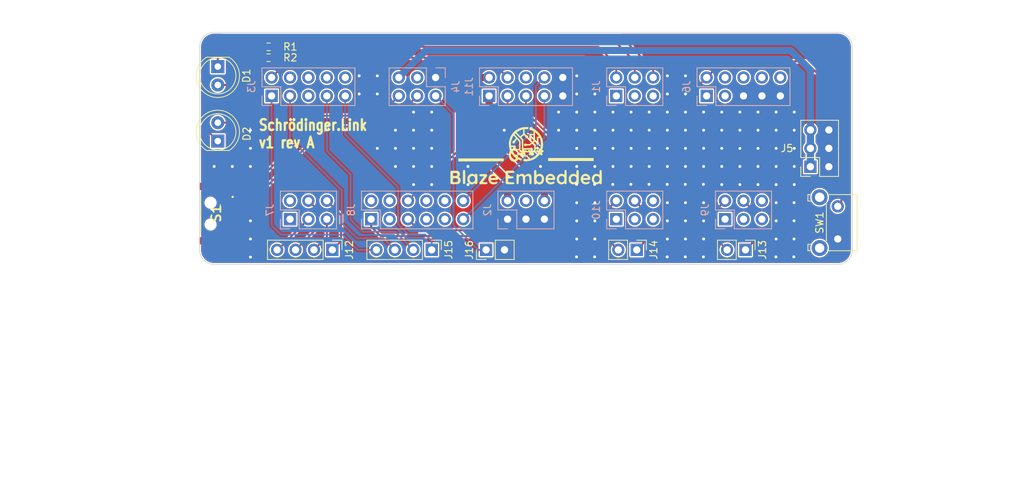
<source format=kicad_pcb>
(kicad_pcb (version 20211014) (generator pcbnew)
  (layers (0 "F.Cu" signal) (31 "B.Cu" signal) (34 "B.Paste" user) (35 "F.Paste" user) (36 "B.SilkS" user "B.Silkscreen") (37 "F.SilkS" user "F.Silkscreen") (38 "B.Mask" user) (39 "F.Mask" user) (44 "Edge.Cuts" user))
  (net 0 "")
  (net 1 "CHG")
  (net 2 "Net-(D1-Pad2)")
  (net 3 "PGOOD")
  (net 4 "Net-(D2-Pad2)")
  (net 5 "MOSI")
  (net 6 "MISO")
  (net 7 "SCK")
  (net 8 "VSW")
  (net 9 "GND")
  (net 10 "V-")
  (net 11 "V+")
  (net 12 "Net-(J3-Pad1)")
  (net 13 "Net-(J3-Pad3)")
  (net 17 "Net-(J3-Pad7)")
  (net 19 "Net-(J3-Pad9)")
  (net 21 "TS")
  (net 22 "BATT")
  (net 26 "Net-(J12-Pad4)")
  (net 28 "Net-(J12-Pad3)")
  (net 30 "Net-(J12-Pad2)")
  (net 32 "Net-(J12-Pad1)")
  (net 33 "Net-(J13-Pad2)")
  (net 34 "Net-(J13-Pad1)")
  (net 35 "IN1")
  (net 36 "BT_L")
  (net 38 "MASTER_L")
  (net 39 "MASTER_R")
  (net 42 "BT_R")
  (net 47 "Net-(J10-Pad4)")
  (net 48 "Net-(J4-Pad4)")
  (net 49 "Net-(J4-Pad6)")
  (net 50 "Net-(J4-Pad2)")
  (net 59 "IN2")
  (net 66 "Net-(J3-Pad2)")
  (net 68 "Net-(J10-Pad2)")
  (footprint "Connector_PinHeader_2.54mm:PinHeader_1x02_P2.54mm_Vertical" (layer "F.Cu") (at 142.5 79 90)
    (fp_text reference "J16" (at 0 -2.33 90) (layer "F.SilkS"))
    (fp_text value "Conn_01x02")
    (pad "1" thru_hole rect locked (at 0 0 90) (size 1.7 1.7) (drill 1) (layers *.Cu *.Mask) (net 50 "Net-(J4-Pad2)"))
    (pad "2" thru_hole oval locked (at 0 2.54 90) (size 1.7 1.7) (drill 1) (layers *.Cu *.Mask) (net 9 "GND"))
  )
  (footprint "LED_THT:LED_D5.0mm" (layer "F.Cu") (at 105.5 64 90)
    (fp_text reference "D2" (at 1 4 90) (layer "F.SilkS"))
    (fp_text value "LED")
    (pad "1" thru_hole rect locked (at 0 0 90) (size 1.8 1.8) (drill 0.9) (layers *.Cu *.Mask) (net 3 "PGOOD"))
    (pad "2" thru_hole circle locked (at 2.54 0 90) (size 1.8 1.8) (drill 0.9) (layers *.Cu *.Mask) (net 4 "Net-(D2-Pad2)"))
  )
  (footprint "Connector_PinHeader_2.54mm:PinHeader_1x04_P2.54mm_Vertical" (layer "F.Cu") (at 135 79 -90)
    (fp_text reference "J15" (at 0 -2.33 90) (layer "F.SilkS"))
    (fp_text value "Conn_01x04")
    (pad "1" thru_hole rect locked (at 0 0 270) (size 1.7 1.7) (drill 1) (layers *.Cu *.Mask) (net 19 "Net-(J3-Pad9)"))
    (pad "2" thru_hole oval locked (at 0 2.54 270) (size 1.7 1.7) (drill 1) (layers *.Cu *.Mask) (net 17 "Net-(J3-Pad7)"))
    (pad "3" thru_hole oval locked (at 0 5.08 270) (size 1.7 1.7) (drill 1) (layers *.Cu *.Mask) (net 13 "Net-(J3-Pad3)"))
    (pad "4" thru_hole oval locked (at 0 7.62 270) (size 1.7 1.7) (drill 1) (layers *.Cu *.Mask) (net 12 "Net-(J3-Pad1)"))
  )
  (footprint "Connector_PinHeader_2.54mm:PinHeader_1x02_P2.54mm_Vertical" (layer "F.Cu") (at 163.275 79 -90)
    (fp_text reference "J14" (at 0 -2.33 90) (layer "F.SilkS"))
    (fp_text value "Conn_01x02")
    (pad "1" thru_hole rect locked (at 0 0 270) (size 1.7 1.7) (drill 1) (layers *.Cu *.Mask) (net 47 "Net-(J10-Pad4)"))
    (pad "2" thru_hole oval locked (at 0 2.54 270) (size 1.7 1.7) (drill 1) (layers *.Cu *.Mask) (net 68 "Net-(J10-Pad2)"))
  )
  (footprint "LED_THT:LED_D5.0mm" (layer "F.Cu") (at 105.5 53.725 -90)
    (fp_text reference "D1" (at 1.27 -3.96 90) (layer "F.SilkS"))
    (fp_text value "LED")
    (pad "1" thru_hole rect locked (at 0 0 270) (size 1.8 1.8) (drill 0.9) (layers *.Cu *.Mask) (net 1 "CHG"))
    (pad "2" thru_hole circle locked (at 2.54 0 270) (size 1.8 1.8) (drill 0.9) (layers *.Cu *.Mask) (net 2 "Net-(D1-Pad2)"))
  )
  (footprint "Button_Switch_THT:SW_Tactile_SKHH_Angled" (layer "F.Cu") (at 191 73 -90)
    (fp_text reference "SW1" (at 2.25 2.5 90) (layer "F.SilkS"))
    (fp_text value "SW_Push")
    (pad "" thru_hole circle locked (at -1.25 2.5 90) (size 2.2 2.2) (drill 1.3) (layers *.Cu *.Mask))
    (pad "" thru_hole circle locked (at 5.75 2.5 90) (size 2.2 2.2) (drill 1.3) (layers *.Cu *.Mask))
    (pad "1" thru_hole circle locked (at 0 0 90) (size 1.7 1.7) (drill 1) (layers *.Cu *.Mask) (net 66 "Net-(J3-Pad2)"))
    (pad "2" thru_hole circle locked (at 4.5 0 90) (size 1.7 1.7) (drill 1) (layers *.Cu *.Mask) (net 9 "GND"))
  )
  (footprint "SamacSys_Parts:PinSocket_2x03_P2.54mm_Vertical" (layer "F.Cu") (at 188.5 65 180)
    (fp_text reference "J5" (at 4.5 0) (layer "F.SilkS"))
    (fp_text value "Conn_02x03_Counter_Clockwise")
    (pad "1" thru_hole rect (at 1.27 -2.54 180) (size 1.7 1.7) (drill 1) (layers *.Cu *.Mask) (net 22 "BATT"))
    (pad "2" thru_hole oval (at -1.27 -2.54 180) (size 1.7 1.7) (drill 1) (layers *.Cu *.Mask) (net 9 "GND"))
    (pad "3" thru_hole oval (at 1.27 0 180) (size 1.7 1.7) (drill 1) (layers *.Cu *.Mask) (net 22 "BATT"))
    (pad "4" thru_hole oval (at -1.27 0 180) (size 1.7 1.7) (drill 1) (layers *.Cu *.Mask) (net 9 "GND"))
    (pad "5" thru_hole oval (at 1.27 2.54 180) (size 1.7 1.7) (drill 1) (layers *.Cu *.Mask) (net 22 "BATT"))
    (pad "6" thru_hole oval (at -1.27 2.54 180) (size 1.7 1.7) (drill 1) (layers *.Cu *.Mask) (net 9 "GND"))
  )
  (footprint "LOGO" (layer "F.Cu") (at 148 66)
    (fp_text reference "G***" (at 0 0) (layer "F.SilkS") (effects (font (size 1.524 1.524) (thickness 0.3))))
    (fp_text value "LOGO" hide)
  )
  (footprint "Connector_PinHeader_2.54mm:PinHeader_1x04_P2.54mm_Vertical" (layer "F.Cu") (at 121.3 79 -90)
    (fp_text reference "J12" (at 0 -2.33 90) (layer "F.SilkS"))
    (fp_text value "Conn_01x04")
    (pad "1" thru_hole rect locked (at 0 0 270) (size 1.7 1.7) (drill 1) (layers *.Cu *.Mask) (net 32 "Net-(J12-Pad1)"))
    (pad "2" thru_hole oval locked (at 0 2.54 270) (size 1.7 1.7) (drill 1) (layers *.Cu *.Mask) (net 30 "Net-(J12-Pad2)"))
    (pad "3" thru_hole oval locked (at 0 5.08 270) (size 1.7 1.7) (drill 1) (layers *.Cu *.Mask) (net 28 "Net-(J12-Pad3)"))
    (pad "4" thru_hole oval locked (at 0 7.62 270) (size 1.7 1.7) (drill 1) (layers *.Cu *.Mask) (net 26 "Net-(J12-Pad4)"))
  )
  (footprint "Resistor_SMD:R_0603_1608Metric" (layer "F.Cu") (at 112.5 51)
    (fp_text reference "R1" (at 3 0) (layer "F.SilkS"))
    (fp_text value "2k")
    (pad "1" smd roundrect locked (at -0.825 0) (size 0.8 0.95) (layers "F.Cu" "F.Paste" "F.Mask") (net 2 "Net-(D1-Pad2)"))
    (pad "2" smd roundrect locked (at 0.825 0) (size 0.8 0.95) (layers "F.Cu" "F.Paste" "F.Mask") (net 8 "VSW"))
  )
  (footprint "Resistor_SMD:R_0603_1608Metric" (layer "F.Cu") (at 112.5 52.5)
    (fp_text reference "R2" (at 3 0) (layer "F.SilkS"))
    (fp_text value "2k")
    (pad "1" smd roundrect locked (at -0.825 0) (size 0.8 0.95) (layers "F.Cu" "F.Paste" "F.Mask") (net 4 "Net-(D2-Pad2)"))
    (pad "2" smd roundrect locked (at 0.825 0) (size 0.8 0.95) (layers "F.Cu" "F.Paste" "F.Mask") (net 8 "VSW"))
  )
  (footprint "Connector_PinHeader_2.54mm:PinHeader_1x02_P2.54mm_Vertical" (layer "F.Cu") (at 178.275 79 -90)
    (fp_text reference "J13" (at 0 -2.33 90) (layer "F.SilkS"))
    (fp_text value "Conn_01x02")
    (pad "1" thru_hole rect locked (at 0 0 270) (size 1.7 1.7) (drill 1) (layers *.Cu *.Mask) (net 34 "Net-(J13-Pad1)"))
    (pad "2" thru_hole oval locked (at 0 2.54 270) (size 1.7 1.7) (drill 1) (layers *.Cu *.Mask) (net 33 "Net-(J13-Pad2)"))
  )
  (footprint "SamacSys_Parts:450404015514" (layer "F.Cu") (at 104.5 74 90)
    (fp_text reference "S1" (at 0 0.775 90) (layer "F.SilkS") (effects (font (size 1.27 1.27) (thickness 0.254))))
    (fp_text value "450404015514" hide)
    (pad "" np_thru_hole circle locked (at -1.5 0 90) (size 1.2 1.2) (drill 1.2) (layers *.Cu *.Mask))
    (pad "" np_thru_hole circle locked (at 1.5 0 90) (size 1.2 1.2) (drill 1.2) (layers *.Cu *.Mask))
    (pad "1" smd rect locked (at 2.25 2.05 90) (size 0.7 1) (layers "F.Cu" "F.Paste" "F.Mask") (net 49 "Net-(J4-Pad6)"))
    (pad "2" smd rect locked (at -0.75 2.05 90) (size 0.7 1) (layers "F.Cu" "F.Paste" "F.Mask") (net 48 "Net-(J4-Pad4)"))
    (pad "3" smd rect locked (at -2.25 2.05 90) (size 0.7 1) (layers "F.Cu" "F.Paste" "F.Mask"))
    (pad "MP1" smd rect locked (at 3.75 1.15 180) (size 0.8 1) (layers "F.Cu" "F.Paste" "F.Mask"))
    (pad "MP2" smd rect locked (at -3.75 1.15 180) (size 0.8 1) (layers "F.Cu" "F.Paste" "F.Mask"))
    (pad "MP3" smd rect locked (at -3.75 -1.15 180) (size 0.8 1) (layers "F.Cu" "F.Paste" "F.Mask"))
    (pad "MP4" smd rect locked (at 3.75 -1.15 180) (size 0.8 1) (layers "F.Cu" "F.Paste" "F.Mask"))
  )
  (footprint "SamacSys_Parts:PinSocket_2x03_P2.54mm_Vertical" (layer "B.Cu") (at 163 73.5 -90)
    (fp_text reference "J10" (at 0 5.31 90) (layer "B.SilkS") (effects (justify mirror)))
    (fp_text value "Conn_02x03_Counter_Clockwise")
    (pad "1" thru_hole rect (at 1.27 2.54 270) (size 1.7 1.7) (drill 1) (layers *.Cu *.Mask))
    (pad "2" thru_hole oval (at -1.27 2.54 270) (size 1.7 1.7) (drill 1) (layers *.Cu *.Mask) (net 68 "Net-(J10-Pad2)"))
    (pad "3" thru_hole oval (at 1.27 0 270) (size 1.7 1.7) (drill 1) (layers *.Cu *.Mask))
    (pad "4" thru_hole oval (at -1.27 0 270) (size 1.7 1.7) (drill 1) (layers *.Cu *.Mask) (net 47 "Net-(J10-Pad4)"))
    (pad "5" thru_hole oval (at 1.27 -2.54 270) (size 1.7 1.7) (drill 1) (layers *.Cu *.Mask))
    (pad "6" thru_hole oval (at -1.27 -2.54 270) (size 1.7 1.7) (drill 1) (layers *.Cu *.Mask))
  )
  (footprint "SamacSys_Parts:PinSocket_2x03_P2.54mm_Vertical" (layer "B.Cu") (at 178 73.5 -90)
    (fp_text reference "J9" (at 0 5.31 90) (layer "B.SilkS") (effects (justify mirror)))
    (fp_text value "Conn_02x03_Counter_Clockwise")
    (pad "1" thru_hole rect (at 1.27 2.54 270) (size 1.7 1.7) (drill 1) (layers *.Cu *.Mask))
    (pad "2" thru_hole oval (at -1.27 2.54 270) (size 1.7 1.7) (drill 1) (layers *.Cu *.Mask) (net 33 "Net-(J13-Pad2)"))
    (pad "3" thru_hole oval (at 1.27 0 270) (size 1.7 1.7) (drill 1) (layers *.Cu *.Mask))
    (pad "4" thru_hole oval (at -1.27 0 270) (size 1.7 1.7) (drill 1) (layers *.Cu *.Mask) (net 34 "Net-(J13-Pad1)"))
    (pad "5" thru_hole oval (at 1.27 -2.54 270) (size 1.7 1.7) (drill 1) (layers *.Cu *.Mask))
    (pad "6" thru_hole oval (at -1.27 -2.54 270) (size 1.7 1.7) (drill 1) (layers *.Cu *.Mask))
  )
  (footprint "SamacSys_Parts:PinSocket_2x03_P2.54mm_Vertical" (layer "B.Cu") (at 148 73.5 -90)
    (fp_text reference "J2" (at 0 5.31 90) (layer "B.SilkS") (effects (justify mirror)))
    (fp_text value "Conn_02x03_Counter_Clockwise")
    (pad "1" thru_hole rect (at 1.27 2.54 270) (size 1.7 1.7) (drill 1) (layers *.Cu *.Mask) (net 9 "GND"))
    (pad "2" thru_hole oval (at -1.27 2.54 270) (size 1.7 1.7) (drill 1) (layers *.Cu *.Mask) (net 11 "V+"))
    (pad "3" thru_hole oval (at 1.27 0 270) (size 1.7 1.7) (drill 1) (layers *.Cu *.Mask) (net 9 "GND"))
    (pad "4" thru_hole oval (at -1.27 0 270) (size 1.7 1.7) (drill 1) (layers *.Cu *.Mask))
    (pad "5" thru_hole oval (at 1.27 -2.54 270) (size 1.7 1.7) (drill 1) (layers *.Cu *.Mask) (net 9 "GND"))
    (pad "6" thru_hole oval (at -1.27 -2.54 270) (size 1.7 1.7) (drill 1) (layers *.Cu *.Mask) (net 10 "V-"))
  )
  (footprint "SamacSys_Parts:PinSocket_2x05_P2.54mm_Vertical" (layer "B.Cu") (at 148 56.5 -90)
    (fp_text reference "J11" (at 0 7.85 90) (layer "B.SilkS") (effects (justify mirror)))
    (fp_text value "Conn_02x05_Counter_Clockwise")
    (pad "1" thru_hole rect (at 1.27 5.08 270) (size 1.7 1.7) (drill 1) (layers *.Cu *.Mask) (net 10 "V-"))
    (pad "2" thru_hole oval (at -1.27 5.08 270) (size 1.7 1.7) (drill 1) (layers *.Cu *.Mask) (net 11 "V+"))
    (pad "3" thru_hole oval (at 1.27 2.54 270) (size 1.7 1.7) (drill 1) (layers *.Cu *.Mask) (net 36 "BT_L"))
    (pad "4" thru_hole oval (at -1.27 2.54 270) (size 1.7 1.7) (drill 1) (layers *.Cu *.Mask) (net 42 "BT_R"))
    (pad "5" thru_hole oval (at 1.27 0 270) (size 1.7 1.7) (drill 1) (layers *.Cu *.Mask) (net 35 "IN1"))
    (pad "6" thru_hole oval (at -1.27 0 270) (size 1.7 1.7) (drill 1) (layers *.Cu *.Mask))
    (pad "7" thru_hole oval (at 1.27 -2.54 270) (size 1.7 1.7) (drill 1) (layers *.Cu *.Mask) (net 38 "MASTER_L"))
    (pad "8" thru_hole oval (at -1.27 -2.54 270) (size 1.7 1.7) (drill 1) (layers *.Cu *.Mask) (net 39 "MASTER_R"))
    (pad "9" thru_hole oval (at 1.27 -5.08 270) (size 1.7 1.7) (drill 1) (layers *.Cu *.Mask) (net 9 "GND"))
    (pad "10" thru_hole oval (at -1.27 -5.08 270) (size 1.7 1.7) (drill 1) (layers *.Cu *.Mask) (net 9 "GND"))
  )
  (footprint "SamacSys_Parts:PinSocket_2x03_P2.54mm_Vertical" (layer "B.Cu") (at 118 73.5 -90)
    (fp_text reference "J7" (at 0 5.31 90) (layer "B.SilkS") (effects (justify mirror)))
    (fp_text value "Conn_02x03_Counter_Clockwise")
    (pad "1" thru_hole rect (at 1.27 2.54 270) (size 1.7 1.7) (drill 1) (layers *.Cu *.Mask))
    (pad "2" thru_hole oval (at -1.27 2.54 270) (size 1.7 1.7) (drill 1) (layers *.Cu *.Mask))
    (pad "3" thru_hole oval (at 1.27 0 270) (size 1.7 1.7) (drill 1) (layers *.Cu *.Mask) (net 26 "Net-(J12-Pad4)"))
    (pad "4" thru_hole oval (at -1.27 0 270) (size 1.7 1.7) (drill 1) (layers *.Cu *.Mask) (net 28 "Net-(J12-Pad3)"))
    (pad "5" thru_hole oval (at 1.27 -2.54 270) (size 1.7 1.7) (drill 1) (layers *.Cu *.Mask) (net 30 "Net-(J12-Pad2)"))
    (pad "6" thru_hole oval (at -1.27 -2.54 270) (size 1.7 1.7) (drill 1) (layers *.Cu *.Mask) (net 32 "Net-(J12-Pad1)"))
  )
  (footprint "SamacSys_Parts:PinSocket_2x06_P2.54mm_Vertical" (layer "B.Cu") (at 133 73.5 -90)
    (fp_text reference "J8" (at 0 9.12 90) (layer "B.SilkS") (effects (justify mirror)))
    (fp_text value "Conn_02x06_Counter_Clockwise")
    (pad "1" thru_hole rect (at 1.27 6.35 270) (size 1.7 1.7) (drill 1) (layers *.Cu *.Mask) (net 35 "IN1"))
    (pad "2" thru_hole oval (at -1.27 6.35 270) (size 1.7 1.7) (drill 1) (layers *.Cu *.Mask) (net 59 "IN2"))
    (pad "3" thru_hole oval (at 1.27 3.81 270) (size 1.7 1.7) (drill 1) (layers *.Cu *.Mask))
    (pad "4" thru_hole oval (at -1.27 3.81 270) (size 1.7 1.7) (drill 1) (layers *.Cu *.Mask))
    (pad "5" thru_hole oval (at 1.27 1.27 270) (size 1.7 1.7) (drill 1) (layers *.Cu *.Mask) (net 36 "BT_L"))
    (pad "6" thru_hole oval (at -1.27 1.27 270) (size 1.7 1.7) (drill 1) (layers *.Cu *.Mask) (net 42 "BT_R"))
    (pad "7" thru_hole oval (at 1.27 -1.27 270) (size 1.7 1.7) (drill 1) (layers *.Cu *.Mask))
    (pad "8" thru_hole oval (at -1.27 -1.27 270) (size 1.7 1.7) (drill 1) (layers *.Cu *.Mask))
    (pad "9" thru_hole oval (at 1.27 -3.81 270) (size 1.7 1.7) (drill 1) (layers *.Cu *.Mask))
    (pad "10" thru_hole oval (at -1.27 -3.81 270) (size 1.7 1.7) (drill 1) (layers *.Cu *.Mask))
    (pad "11" thru_hole oval (at 1.27 -6.35 270) (size 1.7 1.7) (drill 1) (layers *.Cu *.Mask) (net 38 "MASTER_L"))
    (pad "12" thru_hole oval (at -1.27 -6.35 270) (size 1.7 1.7) (drill 1) (layers *.Cu *.Mask) (net 39 "MASTER_R"))
  )
  (footprint "SamacSys_Parts:PinSocket_2x03_P2.54mm_Vertical" (layer "B.Cu") (at 163 56.5 -90)
    (fp_text reference "J1" (at 0 5.31 90) (layer "B.SilkS") (effects (justify mirror)))
    (fp_text value "Conn_02x03_Counter_Clockwise")
    (pad "1" thru_hole rect (at 1.27 2.54 270) (size 1.7 1.7) (drill 1) (layers *.Cu *.Mask) (net 5 "MOSI"))
    (pad "2" thru_hole oval (at -1.27 2.54 270) (size 1.7 1.7) (drill 1) (layers *.Cu *.Mask) (net 8 "VSW"))
    (pad "3" thru_hole oval (at 1.27 0 270) (size 1.7 1.7) (drill 1) (layers *.Cu *.Mask) (net 6 "MISO"))
    (pad "4" thru_hole oval (at -1.27 0 270) (size 1.7 1.7) (drill 1) (layers *.Cu *.Mask) (net 1 "CHG"))
    (pad "5" thru_hole oval (at 1.27 -2.54 270) (size 1.7 1.7) (drill 1) (layers *.Cu *.Mask) (net 7 "SCK"))
    (pad "6" thru_hole oval (at -1.27 -2.54 270) (size 1.7 1.7) (drill 1) (layers *.Cu *.Mask) (net 3 "PGOOD"))
  )
  (footprint "SamacSys_Parts:PinSocket_2x05_P2.54mm_Vertical" (layer "B.Cu") (at 178 56.5 -90)
    (fp_text reference "J6" (at 0 7.85 90) (layer "B.SilkS") (effects (justify mirror)))
    (fp_text value "Conn_02x05_Counter_Clockwise")
    (pad "1" thru_hole rect (at 1.27 5.08 270) (size 1.7 1.7) (drill 1) (layers *.Cu *.Mask))
    (pad "2" thru_hole oval (at -1.27 5.08 270) (size 1.7 1.7) (drill 1) (layers *.Cu *.Mask) (net 66 "Net-(J3-Pad2)"))
    (pad "3" thru_hole oval (at 1.27 2.54 270) (size 1.7 1.7) (drill 1) (layers *.Cu *.Mask))
    (pad "4" thru_hole oval (at -1.27 2.54 270) (size 1.7 1.7) (drill 1) (layers *.Cu *.Mask))
    (pad "5" thru_hole oval (at 1.27 0 270) (size 1.7 1.7) (drill 1) (layers *.Cu *.Mask) (net 9 "GND"))
    (pad "6" thru_hole oval (at -1.27 0 270) (size 1.7 1.7) (drill 1) (layers *.Cu *.Mask))
    (pad "7" thru_hole oval (at 1.27 -2.54 270) (size 1.7 1.7) (drill 1) (layers *.Cu *.Mask) (net 9 "GND"))
    (pad "8" thru_hole oval (at -1.27 -2.54 270) (size 1.7 1.7) (drill 1) (layers *.Cu *.Mask))
    (pad "9" thru_hole oval (at 1.27 -5.08 270) (size 1.7 1.7) (drill 1) (layers *.Cu *.Mask) (net 9 "GND"))
    (pad "10" thru_hole oval (at -1.27 -5.08 270) (size 1.7 1.7) (drill 1) (layers *.Cu *.Mask))
  )
  (footprint "SamacSys_Parts:PinSocket_2x03_P2.54mm_Vertical" (layer "B.Cu") (at 133 56.5 90)
    (fp_text reference "J4" (at 0 5.31 90) (layer "B.SilkS") (effects (justify mirror)))
    (fp_text value "Conn_02x03_Counter_Clockwise")
    (pad "1" thru_hole rect (at 1.27 2.54 90) (size 1.7 1.7) (drill 1) (layers *.Cu *.Mask) (net 9 "GND"))
    (pad "2" thru_hole oval (at -1.27 2.54 90) (size 1.7 1.7) (drill 1) (layers *.Cu *.Mask) (net 50 "Net-(J4-Pad2)"))
    (pad "3" thru_hole oval (at 1.27 0 90) (size 1.7 1.7) (drill 1) (layers *.Cu *.Mask) (net 21 "TS"))
    (pad "4" thru_hole oval (at -1.27 0 90) (size 1.7 1.7) (drill 1) (layers *.Cu *.Mask) (net 48 "Net-(J4-Pad4)"))
    (pad "5" thru_hole oval (at 1.27 -2.54 90) (size 1.7 1.7) (drill 1) (layers *.Cu *.Mask) (net 22 "BATT"))
    (pad "6" thru_hole oval (at -1.27 -2.54 90) (size 1.7 1.7) (drill 1) (layers *.Cu *.Mask) (net 49 "Net-(J4-Pad6)"))
  )
  (footprint "SamacSys_Parts:PinSocket_2x05_P2.54mm_Vertical" (layer "B.Cu") (at 118 56.5 -90)
    (fp_text reference "J3" (at 0 7.85 90) (layer "B.SilkS") (effects (justify mirror)))
    (fp_text value "Conn_02x05_Counter_Clockwise")
    (pad "1" thru_hole rect (at 1.27 5.08 270) (size 1.7 1.7) (drill 1) (layers *.Cu *.Mask) (net 12 "Net-(J3-Pad1)"))
    (pad "2" thru_hole oval (at -1.27 5.08 270) (size 1.7 1.7) (drill 1) (layers *.Cu *.Mask) (net 66 "Net-(J3-Pad2)"))
    (pad "3" thru_hole oval (at 1.27 2.54 270) (size 1.7 1.7) (drill 1) (layers *.Cu *.Mask) (net 13 "Net-(J3-Pad3)"))
    (pad "4" thru_hole oval (at -1.27 2.54 270) (size 1.7 1.7) (drill 1) (layers *.Cu *.Mask))
    (pad "5" thru_hole oval (at 1.27 0 270) (size 1.7 1.7) (drill 1) (layers *.Cu *.Mask))
    (pad "6" thru_hole oval (at -1.27 0 270) (size 1.7 1.7) (drill 1) (layers *.Cu *.Mask))
    (pad "7" thru_hole oval (at 1.27 -2.54 270) (size 1.7 1.7) (drill 1) (layers *.Cu *.Mask) (net 17 "Net-(J3-Pad7)"))
    (pad "8" thru_hole oval (at -1.27 -2.54 270) (size 1.7 1.7) (drill 1) (layers *.Cu *.Mask))
    (pad "9" thru_hole oval (at 1.27 -5.08 270) (size 1.7 1.7) (drill 1) (layers *.Cu *.Mask) (net 19 "Net-(J3-Pad9)"))
    (pad "10" thru_hole oval (at -1.27 -5.08 270) (size 1.7 1.7) (drill 1) (layers *.Cu *.Mask))
  )
  (gr_line (start 103 79) (end 103 51) (layer "Edge.Cuts") (width 0.1))
  (gr_line (start 105 49) (end 191 49) (layer "Edge.Cuts") (width 0.1))
  (gr_arc (start 191 49) (mid 192.414214 49.585786) (end 193 51) (layer "Edge.Cuts") (width 0.1))
  (gr_arc (start 193 79) (mid 192.414214 80.414214) (end 191 81) (layer "Edge.Cuts") (width 0.1))
  (gr_arc (start 103 51) (mid 103.585786 49.585786) (end 105 49) (layer "Edge.Cuts") (width 0.1))
  (gr_line (start 193 51) (end 193 79) (layer "Edge.Cuts") (width 0.1))
  (gr_arc (start 105 81) (mid 103.585786 80.414214) (end 103 79) (layer "Edge.Cuts") (width 0.1))
  (gr_line (start 191 81) (end 105 81) (layer "Edge.Cuts") (width 0.1))
  (gr_text "Schrödinger.Link\nv1 rev A" (at 111 63) (layer "F.SilkS") (effects (font (size 1.5 1.2) (thickness 0.3)) (justify left)))
  (segment (start 105.5 53.725) (end 105.5 52.5) (width 0.25) (layer "F.Cu") (net 1))
  (segment (start 108 50) (end 160 50) (width 0.25) (layer "F.Cu") (net 1))
  (segment (start 105.5 52.5) (end 108 50) (width 0.25) (layer "F.Cu") (net 1))
  (segment (start 163 53) (end 163 55.23) (width 0.25) (layer "F.Cu") (net 1))
  (segment (start 160 50) (end 163 53) (width 0.25) (layer "F.Cu") (net 1))
  (segment (start 110 51) (end 111.675 51) (width 0.25) (layer "F.Cu") (net 2))
  (segment (start 109 54.5) (end 109 52) (width 0.25) (layer "F.Cu") (net 2))
  (segment (start 109 52) (end 110 51) (width 0.25) (layer "F.Cu") (net 2))
  (segment (start 105.5 56.265) (end 107.235 56.265) (width 0.25) (layer "F.Cu") (net 2))
  (segment (start 107.235 56.265) (end 109 54.5) (width 0.25) (layer "F.Cu") (net 2))
  (segment (start 104 62.5) (end 104 52) (width 0.25) (layer "F.Cu") (net 3))
  (segment (start 105.5 64) (end 104 62.5) (width 0.25) (layer "F.Cu") (net 3))
  (segment (start 161.012081 49.5) (end 165.54 54.027919) (width 0.25) (layer "F.Cu") (net 3))
  (segment (start 106.5 49.5) (end 161.012081 49.5) (width 0.25) (layer "F.Cu") (net 3))
  (segment (start 104 52) (end 106.5 49.5) (width 0.25) (layer "F.Cu") (net 3))
  (segment (start 165.54 54.027919) (end 165.54 55.23) (width 0.25) (layer "F.Cu") (net 3))
  (segment (start 108.04 61.46) (end 105.5 61.46) (width 0.25) (layer "F.Cu") (net 4))
  (segment (start 110.5 52.5) (end 110 53) (width 0.25) (layer "F.Cu") (net 4))
  (segment (start 110 59.5) (end 108.04 61.46) (width 0.25) (layer "F.Cu") (net 4))
  (segment (start 110 53) (end 110 59.5) (width 0.25) (layer "F.Cu") (net 4))
  (segment (start 111.675 52.5) (end 110.5 52.5) (width 0.25) (layer "F.Cu") (net 4))
  (segment (start 113.325 51) (end 158 51) (width 0.25) (layer "F.Cu") (net 8))
  (segment (start 113.325 51) (end 113.325 52.5) (width 0.25) (layer "F.Cu") (net 8))
  (segment (start 158 51) (end 160.46 53.46) (width 0.25) (layer "F.Cu") (net 8))
  (segment (start 160.46 53.46) (end 160.46 55.23) (width 0.25) (layer "F.Cu") (net 8))
  (via (at 170 55) (size 0.8) (drill 0.4) (layers "F.Cu" "B.Cu") (net 9))
  (via (at 185 65) (size 0.8) (drill 0.4) (layers "F.Cu" "B.Cu") (net 9))
  (via (at 135 60) (size 0.8) (drill 0.4) (layers "F.Cu" "B.Cu") (net 9))
  (via (at 130 67.5) (size 0.8) (drill 0.4) (layers "F.Cu" "B.Cu") (net 9))
  (via (at 167.5 55) (size 0.8) (drill 0.4) (layers "F.Cu" "B.Cu") (net 9))
  (via (at 127.5 55) (size 0.8) (drill 0.4) (layers "F.Cu" "B.Cu") (net 9))
  (via (at 167.5 60) (size 0.8) (drill 0.4) (layers "F.Cu" "B.Cu") (net 9))
  (via (at 170 67.5) (size 0.8) (drill 0.4) (layers "F.Cu" "B.Cu") (net 9))
  (via (at 167.5 57.5) (size 0.8) (drill 0.4) (layers "F.Cu" "B.Cu") (net 9))
  (via (at 162.472503 69.967953) (size 0.8) (drill 0.4) (layers "F.Cu" "B.Cu") (net 9))
  (via (at 132.5 65) (size 0.8) (drill 0.4) (layers "F.Cu" "B.Cu") (net 9))
  (via (at 180 67.5) (size 0.8) (drill 0.4) (layers "F.Cu" "B.Cu") (net 9))
  (via (at 172.5 65) (size 0.8) (drill 0.4) (layers "F.Cu" "B.Cu") (net 9))
  (via (at 160 65) (size 0.8) (drill 0.4) (layers "F.Cu" "B.Cu") (net 9))
  (via (at 169.972503 69.967953) (size 0.8) (drill 0.4) (layers "F.Cu" "B.Cu") (net 9))
  (via (at 162.5 62.5) (size 0.8) (drill 0.4) (layers "F.Cu" "B.Cu") (net 9))
  (via (at 184.971705 72.49243) (size 0.8) (drill 0.4) (layers "F.Cu" "B.Cu") (net 9))
  (via (at 162.5 60) (size 0.8) (drill 0.4) (layers "F.Cu" "B.Cu") (net 9))
  (via (at 170 77.5) (size 0.8) (drill 0.4) (layers "F.Cu" "B.Cu") (net 9))
  (via (at 125 57.5) (size 0.8) (drill 0.4) (layers "F.Cu" "B.Cu") (net 9))
  (via (at 169.972503 79.967953) (size 0.8) (drill 0.4) (layers "F.Cu" "B.Cu") (net 9))
  (via (at 110 77.5) (size 0.8) (drill 0.4) (layers "F.Cu" "B.Cu") (net 9))
  (via (at 180 60) (size 0.8) (drill 0.4) (layers "F.Cu" "B.Cu") (net 9))
  (via (at 154.972503 79.967953) (size 0.8) (drill 0.4) (layers "F.Cu" "B.Cu") (net 9))
  (via (at 184.971705 77.49243) (size 0.8) (drill 0.4) (layers "F.Cu" "B.Cu") (net 9))
  (via (at 155 77.5) (size 0.8) (drill 0.4) (layers "F.Cu" "B.Cu") (net 9))
  (via (at 175 65) (size 0.8) (drill 0.4) (layers "F.Cu" "B.Cu") (net 9))
  (via (at 165 60) (size 0.8) (drill 0.4) (layers "F.Cu" "B.Cu") (net 9))
  (via (at 167.472503 79.967953) (size 0.8) (drill 0.4) (layers "F.Cu" "B.Cu") (net 9))
  (via (at 167.5 67.5) (size 0.8) (drill 0.4) (layers "F.Cu" "B.Cu") (net 9))
  (via (at 157.472503 79.967953) (size 0.8) (drill 0.4) (layers "F.Cu" "B.Cu") (net 9))
  (via (at 110 75) (size 0.8) (drill 0.4) (layers "F.Cu" "B.Cu") (net 9))
  (via (at 184.971705 74.99243) (size 0.8) (drill 0.4) (layers "F.Cu" "B.Cu") (net 9))
  (via (at 160 62.5) (size 0.8) (drill 0.4) (layers "F.Cu" "B.Cu") (net 9))
  (via (at 110 80) (size 0.8) (drill 0.4) (layers "F.Cu" "B.Cu") (net 9))
  (via (at 155 55) (size 0.8) (drill 0.4) (layers "F.Cu" "B.Cu") (net 9))
  (via (at 154.972503 69.967953) (size 0.8) (drill 0.4) (layers "F.Cu" "B.Cu") (net 9))
  (via (at 167.5 62.5) (size 0.8) (drill 0.4) (layers "F.Cu" "B.Cu") (net 9))
  (via (at 155 67.5) (size 0.8) (drill 0.4) (layers "F.Cu" "B.Cu") (net 9))
  (via (at 170 75) (size 0.8) (drill 0.4) (layers "F.Cu" "B.Cu") (net 9))
  (via (at 157.5 65) (size 0.8) (drill 0.4) (layers "F.Cu" "B.Cu") (net 9))
  (via (at 157.5 75) (size 0.8) (drill 0.4) (layers "F.Cu" "B.Cu") (net 9))
  (via (at 172.5 75) (size 0.8) (drill 0.4) (layers "F.Cu" "B.Cu") (net 9))
  (via (at 170 72.5) (size 0.8) (drill 0.4) (layers "F.Cu" "B.Cu") (net 9))
  (via (at 157.5 67.5) (size 0.8) (drill 0.4) (layers "F.Cu" "B.Cu") (net 9))
  (via (at 132.5 62.5) (size 0.8) (drill 0.4) (layers "F.Cu" "B.Cu") (net 9))
  (via (at 172.5 77.5) (size 0.8) (drill 0.4) (layers "F.Cu" "B.Cu") (net 9))
  (via (at 177.5 65) (size 0.8) (drill 0.4) (layers "F.Cu" "B.Cu") (net 9))
  (via (at 184.944208 79.960383) (size 0.8) (drill 0.4) (layers "F.Cu" "B.Cu") (net 9))
  (via (at 164.972503 69.967953) (size 0.8) (drill 0.4) (layers "F.Cu" "B.Cu") (net 9))
  (via (at 167.472503 69.967953) (size 0.8) (drill 0.4) (layers "F.Cu" "B.Cu") (net 9))
  (via (at 167.5 75) (size 0.8) (drill 0.4) (layers "F.Cu" "B.Cu") (net 9))
  (via (at 110 67.5) (size 0.8) (drill 0.4) (layers "F.Cu" "B.Cu") (net 9))
  (via (at 180 62.5) (size 0.8) (drill 0.4) (layers "F.Cu" "B.Cu") (net 9))
  (via (at 157.5 62.5) (size 0.8) (drill 0.4) (layers "F.Cu" "B.Cu") (net 9))
  (via (at 167.5 65) (size 0.8) (drill 0.4) (layers "F.Cu" "B.Cu") (net 9))
  (via (at 167.5 77.5) (size 0.8) (drill 0.4) (layers "F.Cu" "B.Cu") (net 9))
  (via (at 105 67.5) (size 0.8) (drill 0.4) (layers "F.Cu" "B.Cu") (net 9))
  (via (at 130 65) (size 0.8) (drill 0.4) (layers "F.Cu" "B.Cu") (net 9))
  (via (at 182.5 62.5) (size 0.8) (drill 0.4) (layers "F.Cu" "B.Cu") (net 9))
  (via (at 180 65) (size 0.8) (drill 0.4) (layers "F.Cu" "B.Cu") (net 9))
  (via (at 185 60) (size 0.8) (drill 0.4) (layers "F.Cu" "B.Cu") (net 9))
  (via (at 165 67.5) (size 0.8) (drill 0.4) (layers "F.Cu" "B.Cu") (net 9))
  (via (at 135 67.5) (size 0.8) (drill 0.4) (layers "F.Cu" "B.Cu") (net 9))
  (via (at 132.5 60) (size 0.8) (drill 0.4) (layers "F.Cu" "B.Cu") (net 9))
  (via (at 177.5 60) (size 0.8) (drill 0.4) (layers "F.Cu" "B.Cu") (net 9))
  (via (at 157.5 57.5) (size 0.8) (drill 0.4) (layers "F.Cu" "B.Cu") (net 9))
  (via (at 152.5 62.5) (size 0.8) (drill 0.4) (layers "F.Cu" "B.Cu") (net 9))
  (via (at 107.5 67.5) (size 0.8) (drill 0.4) (layers "F.Cu" "B.Cu") (net 9))
  (via (at 175 67.5) (size 0.8) (drill 0.4) (layers "F.Cu" "B.Cu") (net 9))
  (via (at 155 75) (size 0.8) (drill 0.4) (layers "F.Cu" "B.Cu") (net 9))
  (via (at 127.5 65) (size 0.8) (drill 0.4) (layers "F.Cu" "B.Cu") (net 9))
  (via (at 155 60) (size 0.8) (drill 0.4) (layers "F.Cu" "B.Cu") (net 9))
  (via (at 177.5 70) (size 0.8) (drill 0.4) (layers "F.Cu" "B.Cu") (net 9))
  (via (at 182.5 70) (size 0.8) (drill 0.4) (layers "F.Cu" "B.Cu") (net 9))
  (via (at 162.5 65) (size 0.8) (drill 0.4) (layers "F.Cu" "B.Cu") (net 9))
  (via (at 182.5 72.5) (size 0.8) (drill 0.4) (layers "F.Cu" "B.Cu") (net 9))
  (via (at 159.972503 69.967953) (size 0.8) (drill 0.4) (layers "F.Cu" "B.Cu") (net 9))
  (via (at 185 67.5) (size 0.8) (drill 0.4) (layers "F.Cu" "B.Cu") (net 9))
  (via (at 152.5 60) (size 0.8) (drill 0.4) (layers "F.Cu" "B.Cu") (net 9))
  (via (at 185 70) (size 0.8) (drill 0.4) (layers "F.Cu" "B.Cu") (net 9))
  (via (at 125 55) (size 0.8) (drill 0.4) (layers "F.Cu" "B.Cu") (net 9))
  (via (at 140 67.5) (size 0.8) (drill 0.4) (layers "F.Cu" "B.Cu") (net 9))
  (via (at 132.5 70) (size 0.8) (drill 0.4) (layers "F.Cu" "B.Cu") (net 9))
  (via (at 162.5 67.5) (size 0.8) (drill 0.4) (layers "F.Cu" "B.Cu") (net 9))
  (via (at 145 62.5) (size 0.8) (drill 0.4) (layers "F.Cu" "B.Cu") (net 9))
  (via (at 160 67.5) (size 0.8) (drill 0.4) (layers "F.Cu" "B.Cu") (net 9))
  (via (at 182.5 65) (size 0.8) (drill 0.4) (layers "F.Cu" "B.Cu") (net 9))
  (via (at 110 65) (size 0.8) (drill 0.4) (layers "F.Cu" "B.Cu") (net 9))
  (via (at 150 67.5) (size 0.8) (drill 0.4) (layers "F.Cu" "B.Cu") (net 9))
  (via (at 182.5 60) (size 0.8) (drill 0.4) (layers "F.Cu" "B.Cu") (net 9))
  (via (at 127.5 57.5) (size 0.8) (drill 0.4) (layers "F.Cu" "B.Cu") (net 9))
  (via (at 135 62.5) (size 0.8) (drill 0.4) (layers "F.Cu" "B.Cu") (net 9))
  (via (at 172.5 72.5) (size 0.8) (drill 0.4) (layers "F.Cu" "B.Cu") (net 9))
  (via (at 165 62.5) (size 0.8) (drill 0.4) (layers "F.Cu" "B.Cu") (net 9))
  (via (at 170 65) (size 0.8) (drill 0.4) (layers "F.Cu" "B.Cu") (net 9))
  (via (at 182.5 77.5) (size 0.8) (drill 0.4) (layers "F.Cu" "B.Cu") (net 9))
  (via (at 157.472503 69.967953) (size 0.8) (drill 0.4) (layers "F.Cu" "B.Cu") (net 9))
  (via (at 140 70) (size 0.8) (drill 0.4) (layers "F.Cu" "B.Cu") (net 9))
  (via (at 177.5 67.5) (size 0.8) (drill 0.4) (layers "F.Cu" "B.Cu") (net 9))
  (via (at 172.5 67.5) (size 0.8) (drill 0.4) (layers "F.Cu" "B.Cu") (net 9))
  (via (at 175 62.5) (size 0.8) (drill 0.4) (layers "F.Cu" "B.Cu") (net 9))
  (via (at 160 60) (size 0.8) (drill 0.4) (layers "F.Cu" "B.Cu") (net 9))
  (via (at 172.5 60) (size 0.8) (drill 0.4) (layers "F.Cu" "B.Cu") (net 9))
  (via (at 155 72.5) (size 0.8) (drill 0.4) (layers "F.Cu" "B.Cu") (net 9))
  (via (at 130 62.5) (size 0.8) (drill 0.4) (layers "F.Cu" "B.Cu") (net 9))
  (via (at 155 57.5) (size 0.8) (drill 0.4) (layers "F.Cu" "B.Cu") (net 9))
  (via (at 135 65) (size 0.8) (drill 0.4) (layers "F.Cu" "B.Cu") (net 9))
  (via (at 157.5 72.5) (size 0.8) (drill 0.4) (layers "F.Cu" "B.Cu") (net 9))
  (via (at 155 65) (size 0.8) (drill 0.4) (layers "F.Cu" "B.Cu") (net 9))
  (via (at 175 60) (size 0.8) (drill 0.4) (layers "F.Cu" "B.Cu") (net 9))
  (via (at 185 62.5) (size 0.8) (drill 0.4) (layers "F.Cu" "B.Cu") (net 9))
  (via (at 180 70) (size 0.8) (drill 0.4) (layers "F.Cu" "B.Cu") (net 9))
  (via (at 157.5 77.5) (size 0.8) (drill 0.4) (layers "F.Cu" "B.Cu") (net 9))
  (via (at 165 65) (size 0.8) (drill 0.4) (layers "F.Cu" "B.Cu") (net 9))
  (via (at 172.5 62.5) (size 0.8) (drill 0.4) (layers "F.Cu" "B.Cu") (net 9))
  (via (at 157.5 60) (size 0.8) (drill 0.4) (layers "F.Cu" "B.Cu") (net 9))
  (via (at 177.5 62.5) (size 0.8) (drill 0.4) (layers "F.Cu" "B.Cu") (net 9))
  (via (at 110 62.5) (size 0.8) (drill 0.4) (layers "F.Cu" "B.Cu") (net 9))
  (via (at 172.472503 69.967953) (size 0.8) (drill 0.4) (layers "F.Cu" "B.Cu") (net 9))
  (via (at 132.5 67.5) (size 0.8) (drill 0.4) (layers "F.Cu" "B.Cu") (net 9))
  (via (at 182.5 75) (size 0.8) (drill 0.4) (layers "F.Cu" "B.Cu") (net 9))
  (via (at 170 62.5) (size 0.8) (drill 0.4) (layers "F.Cu" "B.Cu") (net 9))
  (via (at 167.5 72.5) (size 0.8) (drill 0.4) (layers "F.Cu" "B.Cu") (net 9))
  (via (at 135 70) (size 0.8) (drill 0.4) (layers "F.Cu" "B.Cu") (net 9))
  (via (at 155 62.5) (size 0.8) (drill 0.4) (layers "F.Cu" "B.Cu") (net 9))
  (via (at 170 57.5) (size 0.8) (drill 0.4) (layers "F.Cu" "B.Cu") (net 9))
  (via (at 172.472503 79.967953) (size 0.8) (drill 0.4) (layers "F.Cu" "B.Cu") (net 9))
  (via (at 182.5 67.5) (size 0.8) (drill 0.4) (layers "F.Cu" "B.Cu") (net 9))
  (via (at 170 60) (size 0.8) (drill 0.4) (layers "F.Cu" "B.Cu") (net 9))
  (via (at 182.472503 79.967953) (size 0.8) (drill 0.4) (layers "F.Cu" "B.Cu") (net 9))
  (via (at 175 70) (size 0.8) (drill 0.4) (layers "F.Cu" "B.Cu") (net 9))
  (segment (start 142.92 62.42) (end 142.92 57.77) (width 1) (layer "F.Cu") (net 10))
  (segment (start 150.54 70.04) (end 142.92 62.42) (width 1) (layer "F.Cu") (net 10))
  (segment (start 150.54 72.23) (end 150.54 70.04) (width 1) (layer "F.Cu") (net 10))
  (segment (start 140 56.5) (end 141.27 55.23) (width 1) (layer "F.Cu") (net 11))
  (segment (start 145.46 72.23) (end 145.46 69.46) (width 1) (layer "F.Cu") (net 11))
  (segment (start 145.46 69.46) (end 140 64) (width 1) (layer "F.Cu") (net 11))
  (segment (start 141.27 55.23) (end 142.92 55.23) (width 1) (layer "F.Cu") (net 11))
  (segment (start 140 64) (end 140 56.5) (width 1) (layer "F.Cu") (net 11))
  (segment (start 127.38 79) (end 124.8 79) (width 0.25) (layer "B.Cu") (net 12))
  (segment (start 122.7 76.9) (end 114.2 76.9) (width 0.25) (layer "B.Cu") (net 12))
  (segment (start 112.92 75.62) (end 112.92 57.77) (width 0.25) (layer "B.Cu") (net 12))
  (segment (start 124.8 79) (end 122.7 76.9) (width 0.25) (layer "B.Cu") (net 12))
  (segment (start 114.2 76.9) (end 112.92 75.62) (width 0.25) (layer "B.Cu") (net 12))
  (segment (start 129.92 79) (end 128.32 77.4) (width 0.25) (layer "B.Cu") (net 13))
  (segment (start 122.6 75.3) (end 122.6 70.8) (width 0.25) (layer "B.Cu") (net 13))
  (segment (start 128.32 77.4) (end 124.7 77.4) (width 0.25) (layer "B.Cu") (net 13))
  (segment (start 122.6 70.8) (end 115.46 63.66) (width 0.25) (layer "B.Cu") (net 13))
  (segment (start 124.7 77.4) (end 122.6 75.3) (width 0.25) (layer "B.Cu") (net 13))
  (segment (start 115.46 63.66) (end 115.46 57.77) (width 0.25) (layer "B.Cu") (net 13))
  (segment (start 129.96 76.5) (end 125.5 76.5) (width 0.25) (layer "B.Cu") (net 17))
  (segment (start 120.54 65.34) (end 120.54 57.77) (width 0.25) (layer "B.Cu") (net 17))
  (segment (start 125.5 76.5) (end 123.8 74.8) (width 0.25) (layer "B.Cu") (net 17))
  (segment (start 132.46 79) (end 129.96 76.5) (width 0.25) (layer "B.Cu") (net 17))
  (segment (start 123.8 68.6) (end 120.54 65.34) (width 0.25) (layer "B.Cu") (net 17))
  (segment (start 123.8 74.8) (end 123.8 68.6) (width 0.25) (layer "B.Cu") (net 17))
  (segment (start 134.1 76.9) (end 131.8 76.9) (width 0.25) (layer "B.Cu") (net 19))
  (segment (start 135 77.8) (end 134.1 76.9) (width 0.25) (layer "B.Cu") (net 19))
  (segment (start 123.08 63.08) (end 123.08 57.77) (width 0.25) (layer "B.Cu") (net 19))
  (segment (start 130.364511 70.364511) (end 123.08 63.08) (width 0.25) (layer "B.Cu") (net 19))
  (segment (start 131.8 76.9) (end 130.364511 75.464511) (width 0.25) (layer "B.Cu") (net 19))
  (segment (start 130.364511 75.464511) (end 130.364511 70.364511) (width 0.25) (layer "B.Cu") (net 19))
  (segment (start 135 79) (end 135 77.8) (width 0.25) (layer "B.Cu") (net 19))
  (segment (start 187.23 62.46) (end 187.23 67.54) (width 1) (layer "F.Cu") (net 22))
  (segment (start 187.23 65) (end 187.23 62.46) (width 1) (layer "B.Cu") (net 22))
  (segment (start 187.23 67.54) (end 187.23 65) (width 1) (layer "B.Cu") (net 22))
  (segment (start 184.5 51.5) (end 187.23 54.23) (width 1) (layer "B.Cu") (net 22))
  (segment (start 134.19 51.5) (end 184.5 51.5) (width 1) (layer "B.Cu") (net 22))
  (segment (start 187.23 54.23) (end 187.23 62.46) (width 1) (layer "B.Cu") (net 22))
  (segment (start 130.46 55.23) (end 134.19 51.5) (width 1) (layer "B.Cu") (net 22))
  (segment (start 113.77 79) (end 113.68 79) (width 0.25) (layer "F.Cu") (net 26))
  (segment (start 118 74.77) (end 113.77 79) (width 0.25) (layer "F.Cu") (net 26))
  (segment (start 119.174511 76.045489) (end 119.174511 73.404511) (width 0.25) (layer "F.Cu") (net 28))
  (segment (start 119.174511 73.404511) (end 118 72.23) (width 0.25) (layer "F.Cu") (net 28))
  (segment (start 116.22 79) (end 119.174511 76.045489) (width 0.25) (layer "F.Cu") (net 28))
  (segment (start 118.76 79) (end 120.54 77.22) (width 0.25) (layer "F.Cu") (net 30))
  (segment (start 120.54 77.22) (end 120.54 74.77) (width 0.25) (layer "F.Cu") (net 30))
  (segment (start 122.5 77.8) (end 122.5 74.19) (width 0.25) (layer "F.Cu") (net 32))
  (segment (start 122.5 74.19) (end 120.54 72.23) (width 0.25) (layer "F.Cu") (net 32))
  (segment (start 121.3 79) (end 122.5 77.8) (width 0.25) (layer "F.Cu") (net 32))
  (segment (start 175.46 72.23) (end 174.285489 73.404511) (width 0.25) (layer "F.Cu") (net 33))
  (segment (start 174.285489 73.404511) (end 174.285489 77.550489) (width 0.25) (layer "F.Cu") (net 33))
  (segment (start 174.285489 77.550489) (end 175.735 79) (width 0.25) (layer "F.Cu") (net 33))
  (segment (start 179.174511 78.100489) (end 178.275 79) (width 0.25) (layer "F.Cu") (net 34))
  (segment (start 179.174511 73.404511) (end 179.174511 78.100489) (width 0.25) (layer "F.Cu") (net 34))
  (segment (start 178 72.23) (end 179.174511 73.404511) (width 0.25) (layer "F.Cu") (net 34))
  (segment (start 153.5 75.6) (end 153.5 65.5) (width 0.25) (layer "F.Cu") (net 35))
  (segment (start 153.5 65.5) (end 148 60) (width 0.25) (layer "F.Cu") (net 35))
  (segment (start 148 60) (end 148 57.77) (width 0.25) (layer "F.Cu") (net 35))
  (segment (start 126.65 75.8) (end 127.95 77.1) (width 0.25) (layer "F.Cu") (net 35))
  (segment (start 127.95 77.1) (end 152 77.1) (width 0.25) (layer "F.Cu") (net 35))
  (segment (start 126.65 74.77) (end 126.65 75.8) (width 0.25) (layer "F.Cu") (net 35))
  (segment (start 152 77.1) (end 153.5 75.6) (width 0.25) (layer "F.Cu") (net 35))
  (segment (start 152.5 75.25) (end 152.5 67.5) (width 0.25) (layer "F.Cu") (net 36))
  (segment (start 133.26 76.3) (end 151.45 76.3) (width 0.25) (layer "F.Cu") (net 36))
  (segment (start 145.46 60.46) (end 145.46 57.77) (width 0.25) (layer "F.Cu") (net 36))
  (segment (start 152.5 67.5) (end 145.46 60.46) (width 0.25) (layer "F.Cu") (net 36))
  (segment (start 131.73 74.77) (end 133.26 76.3) (width 0.25) (layer "F.Cu") (net 36))
  (segment (start 151.45 76.3) (end 152.5 75.25) (width 0.25) (layer "F.Cu") (net 36))
  (segment (start 150.54 63.58) (end 150.54 57.77) (width 0.25) (layer "B.Cu") (net 38))
  (segment (start 139.35 74.77) (end 150.54 63.58) (width 0.25) (layer "B.Cu") (net 38))
  (segment (start 139.35 72.23) (end 149.365489 62.214511) (width 0.25) (layer "B.Cu") (net 39))
  (segment (start 149.365489 62.214511) (end 149.365489 56.404511) (width 0.25) (layer "B.Cu") (net 39))
  (segment (start 149.365489 56.404511) (end 150.54 55.23) (width 0.25) (layer "B.Cu") (net 39))
  (segment (start 138.5 65.46) (end 138.5 55.5) (width 0.25) (layer "F.Cu") (net 42))
  (segment (start 143.73 53.5) (end 145.46 55.23) (width 0.25) (layer "F.Cu") (net 42))
  (segment (start 138.5 55.5) (end 140.5 53.5) (width 0.25) (layer "F.Cu") (net 42))
  (segment (start 140.5 53.5) (end 143.73 53.5) (width 0.25) (layer "F.Cu") (net 42))
  (segment (start 131.73 72.23) (end 138.5 65.46) (width 0.25) (layer "F.Cu") (net 42))
  (segment (start 164.174511 78.100489) (end 163.275 79) (width 0.25) (layer "F.Cu") (net 47))
  (segment (start 164.174511 73.404511) (end 164.174511 78.100489) (width 0.25) (layer "F.Cu") (net 47))
  (segment (start 163 72.23) (end 164.174511 73.404511) (width 0.25) (layer "F.Cu") (net 47))
  (segment (start 107.75 74.75) (end 120.5 62) (width 0.25) (layer "F.Cu") (net 48))
  (segment (start 106.55 74.75) (end 107.75 74.75) (width 0.25) (layer "F.Cu") (net 48))
  (segment (start 120.5 62) (end 128.77 62) (width 0.25) (layer "F.Cu") (net 48))
  (segment (start 128.77 62) (end 133 57.77) (width 0.25) (layer "F.Cu") (net 48))
  (segment (start 120 60.5) (end 127.73 60.5) (width 0.25) (layer "F.Cu") (net 49))
  (segment (start 127.73 60.5) (end 130.46 57.77) (width 0.25) (layer "F.Cu") (net 49))
  (segment (start 106.55 71.75) (end 108.75 71.75) (width 0.25) (layer "F.Cu") (net 49))
  (segment (start 108.75 71.75) (end 120 60.5) (width 0.25) (layer "F.Cu") (net 49))
  (segment (start 141.4 79) (end 138 75.6) (width 0.25) (layer "B.Cu") (net 50))
  (segment (start 142.5 79) (end 141.4 79) (width 0.25) (layer "B.Cu") (net 50))
  (segment (start 138 75.6) (end 138 60.23) (width 0.25) (layer "B.Cu") (net 50))
  (segment (start 138 60.23) (end 135.54 57.77) (width 0.25) (layer "B.Cu") (net 50))
  (segment (start 191.5 72.5) (end 191 73) (width 0.25) (layer "F.Cu") (net 66))
  (segment (start 171.65 56.5) (end 172.92 55.23) (width 0.25) (layer "F.Cu") (net 66))
  (segment (start 112.92 55.23) (end 115.65 52.5) (width 0.25) (layer "F.Cu") (net 66))
  (segment (start 115.65 52.5) (end 156 52.5) (width 0.25) (layer "F.Cu") (net 66))
  (segment (start 160 56.5) (end 171.65 56.5) (width 0.25) (layer "F.Cu") (net 66))
  (segment (start 186.5 53) (end 191.5 58) (width 0.25) (layer "F.Cu") (net 66))
  (segment (start 156 52.5) (end 160 56.5) (width 0.25) (layer "F.Cu") (net 66))
  (segment (start 191.5 58) (end 191.5 72.5) (width 0.25) (layer "F.Cu") (net 66))
  (segment (start 175.15 53) (end 186.5 53) (width 0.25) (layer "F.Cu") (net 66))
  (segment (start 172.92 55.23) (end 175.15 53) (width 0.25) (layer "F.Cu") (net 66))
  (segment (start 158.5 74.19) (end 158.5 76.765) (width 0.25) (layer "F.Cu") (net 68))
  (segment (start 158.5 76.765) (end 160.735 79) (width 0.25) (layer "F.Cu") (net 68))
  (segment (start 160.46 72.23) (end 158.5 74.19) (width 0.25) (layer "F.Cu") (net 68))
  (zone (net 9) (net_name "GND") (layers F&B.Cu) (name "gnd") (connect_pads yes (clearance 0.2)) (min_thickness 0.2) (fill yes (thermal_gap 0.2) (thermal_bridge_width 0.2))
    (polygon (pts (xy 194 82) (xy 102 82) (xy 102 48) (xy 194 48)))
  )
)
</source>
